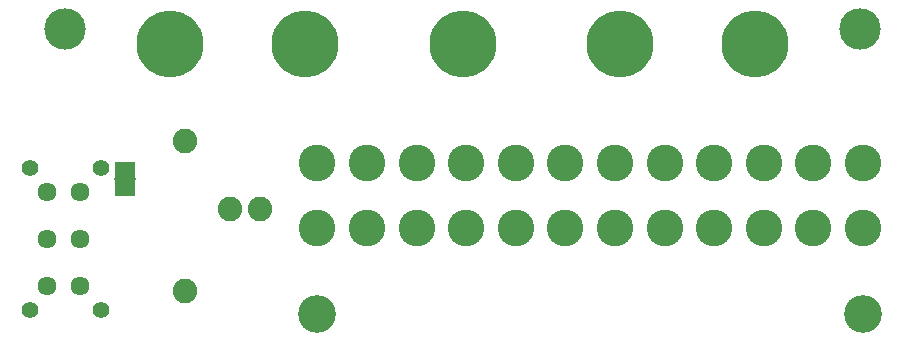
<source format=gbs>
G75*
G70*
%OFA0B0*%
%FSLAX24Y24*%
%IPPOS*%
%LPD*%
%AMOC8*
5,1,8,0,0,1.08239X$1,22.5*
%
%ADD10C,0.1222*%
%ADD11C,0.1261*%
%ADD12C,0.0820*%
%ADD13C,0.1380*%
%ADD14C,0.2230*%
%ADD15R,0.0710X0.0540*%
%ADD16R,0.0720X0.0060*%
%ADD17C,0.0634*%
%ADD18C,0.0552*%
D10*
X013353Y006674D03*
X015007Y006674D03*
X016660Y006674D03*
X018314Y006674D03*
X019968Y006674D03*
X021621Y006674D03*
X023275Y006674D03*
X024928Y006674D03*
X026582Y006674D03*
X028235Y006674D03*
X029889Y006674D03*
X031542Y006674D03*
X031542Y008839D03*
X029889Y008839D03*
X028235Y008839D03*
X026582Y008839D03*
X024928Y008839D03*
X023275Y008839D03*
X021621Y008839D03*
X019968Y008839D03*
X018314Y008839D03*
X016660Y008839D03*
X015007Y008839D03*
X013353Y008839D03*
D11*
X013353Y003800D03*
X031542Y003800D03*
D12*
X011448Y007300D03*
X010448Y007300D03*
X008948Y009550D03*
X008948Y004550D03*
D13*
X004948Y013300D03*
X031448Y013300D03*
D14*
X027948Y012800D03*
X023448Y012800D03*
X018198Y012800D03*
X012948Y012800D03*
X008448Y012800D03*
D15*
X006948Y008600D03*
X006948Y008000D03*
D16*
X006948Y008300D03*
D17*
X005440Y007875D03*
X004357Y007875D03*
X004357Y006300D03*
X005440Y006300D03*
X005440Y004725D03*
X004357Y004725D03*
D18*
X003767Y003938D03*
X006129Y003938D03*
X006129Y008662D03*
X003767Y008662D03*
M02*

</source>
